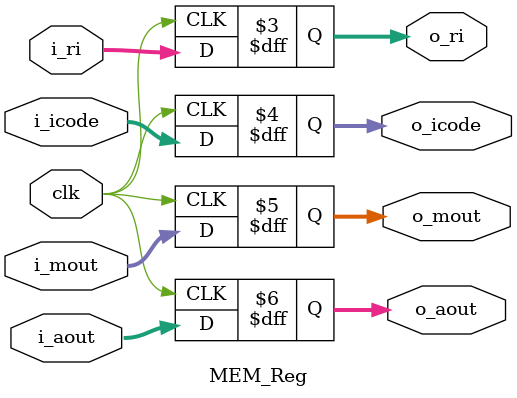
<source format=v>
`timescale 1ns / 1ps

/**
 @Author:       LiYangMing
 @StartTime:    18/12/11
 @Filename:     reg.v
 @Software:     ISE_13.4
 @LastModify:   18/12/11
 */


/* When not enable, just simply stop increasing pc..*/
module PC_Reg(
		enable, clk,  // Input signal.
		pc		 	  // Output signal.
    );

	parameter PC_SIZE = 11;

	input wire enable, clk;
	output reg [PC_SIZE - 1: 0] pc;

	initial begin 
		pc = 0;
	end

	always @(posedge clk) begin 
		if (enable) begin
			pc = pc + 1;
		end
	end

endmodule


/* Litter tricks bewteen enable and code.*/
module ID_Reg (
		enable, clk,									// Input signal.
		i_icode, i_ri, i_rj, i_rk, i_imme, i_ifunc,
		o_icode, o_ri, o_rj, o_rk, o_imme, o_ifunc		// Output signal.
	);

	parameter CODE_SIZE = 6;
	parameter REG_SIZE = 5;
	parameter IMME_SIZE = 11;

	input wire enable, clk;
	input wire [CODE_SIZE - 1: 0] i_icode;
	input wire [REG_SIZE - 1: 0] i_ri, i_rj, i_rk;
	input wire [IMME_SIZE - 1: 0] i_imme, i_ifunc;

	output reg [CODE_SIZE - 1: 0] o_icode;
	output reg [REG_SIZE - 1: 0] o_ri, o_rj, o_rk;
	output reg [IMME_SIZE - 1: 0] o_imme, o_ifunc;

	initial begin
		o_icode = 0;
		{o_ri, o_rj, o_rk} = 100'd0;
		o_imme = 0;
		o_ifunc = 0;
	end

	always @(posedge clk) begin 
		if (enable) begin 
			o_icode = i_icode;
			o_ri = i_ri;
			o_rj = i_rj;
			o_rk = i_rk;
			o_imme = i_imme;
			o_ifunc = i_ifunc;
		end else begin 
			o_icode = 0;	// i_code = 0 means nop.
			o_ri = 0;
			o_rj = 0;
			o_rk = 0;
			o_imme = 0;
			o_ifunc = 0;
		end
	end

endmodule


module RF_Reg(
		clk,
		i_ri, i_icode, i_jout, i_kout, i_imme, i_ifunc,
		o_ri, o_icode, o_jout, o_kout, o_imme, o_ifunc
	);

	parameter CODE_SIZE = 6;
	parameter REG_SIZE = 5;
	parameter DATA_SIZE = 32;
	parameter FUNC_SIZE = 11;

	input wire clk;
	input wire [REG_SIZE - 1: 0] i_ri; 
	input wire [CODE_SIZE - 1: 0] i_icode;
	input wire [DATA_SIZE - 1: 0] i_jout, i_kout, i_imme;
	input wire [FUNC_SIZE - 1: 0] i_ifunc;

	output reg [REG_SIZE - 1: 0] o_ri;
	output reg [CODE_SIZE - 1: 0] o_icode;
	output reg [DATA_SIZE - 1: 0] o_jout, o_kout, o_imme;
	output reg [FUNC_SIZE - 1: 0] o_ifunc;

	initial begin 
		o_icode = 0;
		o_jout = 0;
		o_kout = 0;
		o_imme = 0;
		o_ifunc = 0;
		o_ri = 0;
	end

	always @(posedge clk) begin 
		o_icode = i_icode;
		o_jout = i_jout;
		o_kout = i_kout;
		o_imme = i_imme;
		o_ifunc = i_ifunc;
		o_ri = i_ri;
	end

endmodule


module ALU_Reg(
		clk,							// Input signal.
		i_ri, i_icode, i_jout, i_aout,	// Output signal.
		o_ri, o_icode, o_jout, o_aout
	);

	parameter CODE_SIZE = 6;
	parameter REG_SIZE = 5;
	parameter DATA_SIZE = 32;

	input wire clk;
	input wire [REG_SIZE - 1: 0] i_ri;
	input wire [CODE_SIZE - 1: 0] i_icode;
	input wire [DATA_SIZE - 1: 0] i_jout, i_aout;

	output reg [REG_SIZE - 1: 0] o_ri;
	output reg [CODE_SIZE - 1: 0] o_icode;
	output reg [DATA_SIZE - 1: 0] o_jout, o_aout;

	initial begin 
		o_icode = 0;
		o_jout = 0;
		o_aout = 0;
		o_ri = 0;
	end

	always @(posedge clk) begin 
		o_icode = i_icode;
		o_jout = i_jout;
		o_aout = i_aout;
		o_ri = i_ri;
	end

endmodule


module MEM_Reg (
		clk,
		i_ri, i_icode, i_mout, i_aout, 
		o_ri, o_icode, o_mout, o_aout
	);

	parameter CODE_SIZE	= 6;
	parameter REG_SIZE = 5;
	parameter DATA_SIZE = 32;

	input wire clk;
	input wire [REG_SIZE - 1: 0] i_ri;
	input wire [CODE_SIZE - 1: 0] i_icode;
	input wire [DATA_SIZE - 1: 0] i_mout, i_aout;

	output reg [REG_SIZE - 1: 0] o_ri;
	output reg [CODE_SIZE - 1: 0] o_icode;
	output reg [DATA_SIZE - 1: 0] o_mout, o_aout;

	initial begin 
		o_ri = 0;
		o_icode = 0;
		o_aout = 0;
		o_mout = 0;
	end

	always @(posedge clk) begin 
		o_ri = i_ri;
		o_icode = i_icode;
		o_mout = i_mout;
		o_aout = i_aout;
	end

endmodule

</source>
